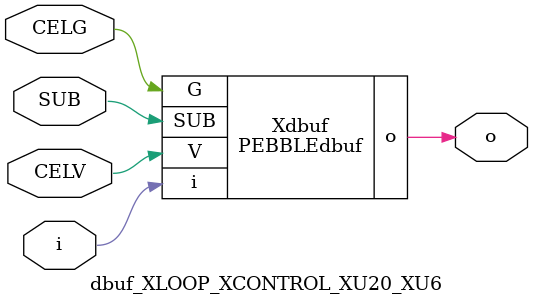
<source format=v>



module PEBBLEdbuf ( o, G, SUB, V, i );

  input V;
  input i;
  input G;
  output o;
  input SUB;
endmodule

//Celera Confidential Do Not Copy dbuf_XLOOP_XCONTROL_XU20_XU6
//Celera Confidential Symbol Generator
//Digital Buffer
module dbuf_XLOOP_XCONTROL_XU20_XU6 (CELV,CELG,i,o,SUB);
input CELV;
input CELG;
input i;
input SUB;
output o;

//Celera Confidential Do Not Copy dbuf
PEBBLEdbuf Xdbuf(
.V (CELV),
.i (i),
.o (o),
.SUB (SUB),
.G (CELG)
);
//,diesize,PEBBLEdbuf

//Celera Confidential Do Not Copy Module End
//Celera Schematic Generator
endmodule

</source>
